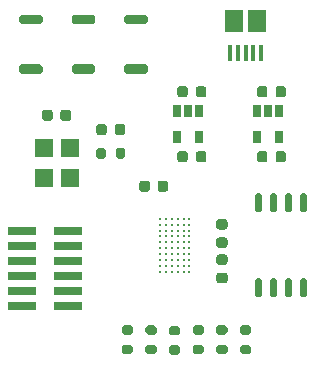
<source format=gbr>
G04 #@! TF.GenerationSoftware,KiCad,Pcbnew,5.1.10-88a1d61d58~88~ubuntu20.04.1*
G04 #@! TF.CreationDate,2021-07-06T17:11:34+02:00*
G04 #@! TF.ProjectId,carrier,63617272-6965-4722-9e6b-696361645f70,0.1*
G04 #@! TF.SameCoordinates,Original*
G04 #@! TF.FileFunction,Paste,Top*
G04 #@! TF.FilePolarity,Positive*
%FSLAX46Y46*%
G04 Gerber Fmt 4.6, Leading zero omitted, Abs format (unit mm)*
G04 Created by KiCad (PCBNEW 5.1.10-88a1d61d58~88~ubuntu20.04.1) date 2021-07-06 17:11:34*
%MOMM*%
%LPD*%
G01*
G04 APERTURE LIST*
%ADD10C,0.270000*%
%ADD11R,2.400000X0.740000*%
%ADD12R,1.500000X1.600000*%
%ADD13R,0.650000X1.060000*%
%ADD14R,1.500000X1.900000*%
%ADD15R,0.400000X1.350000*%
G04 APERTURE END LIST*
D10*
G04 #@! TO.C,U1*
X50480000Y-78750000D03*
X50980000Y-78750000D03*
X51480000Y-78750000D03*
X51980000Y-78750000D03*
X52480000Y-78750000D03*
X52980000Y-78750000D03*
X50480000Y-79250000D03*
X50980000Y-79250000D03*
X51480000Y-79250000D03*
X51980000Y-79250000D03*
X52480000Y-79250000D03*
X52980000Y-79250000D03*
X50480000Y-79750000D03*
X50980000Y-79750000D03*
X51480000Y-79750000D03*
X51980000Y-79750000D03*
X52480000Y-79750000D03*
X52980000Y-79750000D03*
X50480000Y-80250000D03*
X50980000Y-80250000D03*
X51480000Y-80250000D03*
X51980000Y-80250000D03*
X52480000Y-80250000D03*
X52980000Y-80250000D03*
X50480000Y-80750000D03*
X50980000Y-80750000D03*
X51480000Y-80750000D03*
X51980000Y-80750000D03*
X52480000Y-80750000D03*
X52980000Y-80750000D03*
X50480000Y-81250000D03*
X50980000Y-81250000D03*
X51480000Y-81250000D03*
X51980000Y-81250000D03*
X52480000Y-81250000D03*
X52980000Y-81250000D03*
X50480000Y-81750000D03*
X50980000Y-81750000D03*
X51480000Y-81750000D03*
X51980000Y-81750000D03*
X52480000Y-81750000D03*
X52980000Y-81750000D03*
X50480000Y-82250000D03*
X50980000Y-82250000D03*
X51480000Y-82250000D03*
X51980000Y-82250000D03*
X52480000Y-82250000D03*
X52980000Y-82250000D03*
X50480000Y-82750000D03*
X50980000Y-82750000D03*
X51480000Y-82750000D03*
X51980000Y-82750000D03*
X52480000Y-82750000D03*
X52980000Y-82750000D03*
X50480000Y-83250000D03*
X50980000Y-83250000D03*
X51480000Y-83250000D03*
X51980000Y-83250000D03*
X52480000Y-83250000D03*
X52980000Y-83250000D03*
G04 #@! TD*
G04 #@! TO.C,U2*
G36*
G01*
X58975000Y-78200000D02*
X58675000Y-78200000D01*
G75*
G02*
X58525000Y-78050000I0J150000D01*
G01*
X58525000Y-76750000D01*
G75*
G02*
X58675000Y-76600000I150000J0D01*
G01*
X58975000Y-76600000D01*
G75*
G02*
X59125000Y-76750000I0J-150000D01*
G01*
X59125000Y-78050000D01*
G75*
G02*
X58975000Y-78200000I-150000J0D01*
G01*
G37*
G36*
G01*
X60245000Y-78200000D02*
X59945000Y-78200000D01*
G75*
G02*
X59795000Y-78050000I0J150000D01*
G01*
X59795000Y-76750000D01*
G75*
G02*
X59945000Y-76600000I150000J0D01*
G01*
X60245000Y-76600000D01*
G75*
G02*
X60395000Y-76750000I0J-150000D01*
G01*
X60395000Y-78050000D01*
G75*
G02*
X60245000Y-78200000I-150000J0D01*
G01*
G37*
G36*
G01*
X61515000Y-78200000D02*
X61215000Y-78200000D01*
G75*
G02*
X61065000Y-78050000I0J150000D01*
G01*
X61065000Y-76750000D01*
G75*
G02*
X61215000Y-76600000I150000J0D01*
G01*
X61515000Y-76600000D01*
G75*
G02*
X61665000Y-76750000I0J-150000D01*
G01*
X61665000Y-78050000D01*
G75*
G02*
X61515000Y-78200000I-150000J0D01*
G01*
G37*
G36*
G01*
X62785000Y-78200000D02*
X62485000Y-78200000D01*
G75*
G02*
X62335000Y-78050000I0J150000D01*
G01*
X62335000Y-76750000D01*
G75*
G02*
X62485000Y-76600000I150000J0D01*
G01*
X62785000Y-76600000D01*
G75*
G02*
X62935000Y-76750000I0J-150000D01*
G01*
X62935000Y-78050000D01*
G75*
G02*
X62785000Y-78200000I-150000J0D01*
G01*
G37*
G36*
G01*
X62785000Y-85400000D02*
X62485000Y-85400000D01*
G75*
G02*
X62335000Y-85250000I0J150000D01*
G01*
X62335000Y-83950000D01*
G75*
G02*
X62485000Y-83800000I150000J0D01*
G01*
X62785000Y-83800000D01*
G75*
G02*
X62935000Y-83950000I0J-150000D01*
G01*
X62935000Y-85250000D01*
G75*
G02*
X62785000Y-85400000I-150000J0D01*
G01*
G37*
G36*
G01*
X61515000Y-85400000D02*
X61215000Y-85400000D01*
G75*
G02*
X61065000Y-85250000I0J150000D01*
G01*
X61065000Y-83950000D01*
G75*
G02*
X61215000Y-83800000I150000J0D01*
G01*
X61515000Y-83800000D01*
G75*
G02*
X61665000Y-83950000I0J-150000D01*
G01*
X61665000Y-85250000D01*
G75*
G02*
X61515000Y-85400000I-150000J0D01*
G01*
G37*
G36*
G01*
X60245000Y-85400000D02*
X59945000Y-85400000D01*
G75*
G02*
X59795000Y-85250000I0J150000D01*
G01*
X59795000Y-83950000D01*
G75*
G02*
X59945000Y-83800000I150000J0D01*
G01*
X60245000Y-83800000D01*
G75*
G02*
X60395000Y-83950000I0J-150000D01*
G01*
X60395000Y-85250000D01*
G75*
G02*
X60245000Y-85400000I-150000J0D01*
G01*
G37*
G36*
G01*
X58975000Y-85400000D02*
X58675000Y-85400000D01*
G75*
G02*
X58525000Y-85250000I0J150000D01*
G01*
X58525000Y-83950000D01*
G75*
G02*
X58675000Y-83800000I150000J0D01*
G01*
X58975000Y-83800000D01*
G75*
G02*
X59125000Y-83950000I0J-150000D01*
G01*
X59125000Y-85250000D01*
G75*
G02*
X58975000Y-85400000I-150000J0D01*
G01*
G37*
G04 #@! TD*
D11*
G04 #@! TO.C,J1*
X42680000Y-86175000D03*
X38780000Y-86175000D03*
X42680000Y-84905000D03*
X38780000Y-84905000D03*
X42680000Y-83635000D03*
X38780000Y-83635000D03*
X42680000Y-82365000D03*
X38780000Y-82365000D03*
X42680000Y-81095000D03*
X38780000Y-81095000D03*
X42680000Y-79825000D03*
X38780000Y-79825000D03*
G04 #@! TD*
D12*
G04 #@! TO.C,X1*
X42830000Y-72730000D03*
X42830000Y-75270000D03*
X40630000Y-75270000D03*
X40630000Y-72730000D03*
G04 #@! TD*
D13*
G04 #@! TO.C,U6*
X53830000Y-71850000D03*
X51930000Y-71850000D03*
X51930000Y-69650000D03*
X52880000Y-69650000D03*
X53830000Y-69650000D03*
G04 #@! TD*
G04 #@! TO.C,U5*
X60580000Y-71850000D03*
X58680000Y-71850000D03*
X58680000Y-69650000D03*
X59630000Y-69650000D03*
X60580000Y-69650000D03*
G04 #@! TD*
G04 #@! TO.C,C7*
G36*
G01*
X52830000Y-73243750D02*
X52830000Y-73756250D01*
G75*
G02*
X52611250Y-73975000I-218750J0D01*
G01*
X52173750Y-73975000D01*
G75*
G02*
X51955000Y-73756250I0J218750D01*
G01*
X51955000Y-73243750D01*
G75*
G02*
X52173750Y-73025000I218750J0D01*
G01*
X52611250Y-73025000D01*
G75*
G02*
X52830000Y-73243750I0J-218750D01*
G01*
G37*
G36*
G01*
X54405000Y-73243750D02*
X54405000Y-73756250D01*
G75*
G02*
X54186250Y-73975000I-218750J0D01*
G01*
X53748750Y-73975000D01*
G75*
G02*
X53530000Y-73756250I0J218750D01*
G01*
X53530000Y-73243750D01*
G75*
G02*
X53748750Y-73025000I218750J0D01*
G01*
X54186250Y-73025000D01*
G75*
G02*
X54405000Y-73243750I0J-218750D01*
G01*
G37*
G04 #@! TD*
G04 #@! TO.C,C5*
G36*
G01*
X52830000Y-67743750D02*
X52830000Y-68256250D01*
G75*
G02*
X52611250Y-68475000I-218750J0D01*
G01*
X52173750Y-68475000D01*
G75*
G02*
X51955000Y-68256250I0J218750D01*
G01*
X51955000Y-67743750D01*
G75*
G02*
X52173750Y-67525000I218750J0D01*
G01*
X52611250Y-67525000D01*
G75*
G02*
X52830000Y-67743750I0J-218750D01*
G01*
G37*
G36*
G01*
X54405000Y-67743750D02*
X54405000Y-68256250D01*
G75*
G02*
X54186250Y-68475000I-218750J0D01*
G01*
X53748750Y-68475000D01*
G75*
G02*
X53530000Y-68256250I0J218750D01*
G01*
X53530000Y-67743750D01*
G75*
G02*
X53748750Y-67525000I218750J0D01*
G01*
X54186250Y-67525000D01*
G75*
G02*
X54405000Y-67743750I0J-218750D01*
G01*
G37*
G04 #@! TD*
G04 #@! TO.C,C3*
G36*
G01*
X59580000Y-73243750D02*
X59580000Y-73756250D01*
G75*
G02*
X59361250Y-73975000I-218750J0D01*
G01*
X58923750Y-73975000D01*
G75*
G02*
X58705000Y-73756250I0J218750D01*
G01*
X58705000Y-73243750D01*
G75*
G02*
X58923750Y-73025000I218750J0D01*
G01*
X59361250Y-73025000D01*
G75*
G02*
X59580000Y-73243750I0J-218750D01*
G01*
G37*
G36*
G01*
X61155000Y-73243750D02*
X61155000Y-73756250D01*
G75*
G02*
X60936250Y-73975000I-218750J0D01*
G01*
X60498750Y-73975000D01*
G75*
G02*
X60280000Y-73756250I0J218750D01*
G01*
X60280000Y-73243750D01*
G75*
G02*
X60498750Y-73025000I218750J0D01*
G01*
X60936250Y-73025000D01*
G75*
G02*
X61155000Y-73243750I0J-218750D01*
G01*
G37*
G04 #@! TD*
G04 #@! TO.C,C1*
G36*
G01*
X59580000Y-67743750D02*
X59580000Y-68256250D01*
G75*
G02*
X59361250Y-68475000I-218750J0D01*
G01*
X58923750Y-68475000D01*
G75*
G02*
X58705000Y-68256250I0J218750D01*
G01*
X58705000Y-67743750D01*
G75*
G02*
X58923750Y-67525000I218750J0D01*
G01*
X59361250Y-67525000D01*
G75*
G02*
X59580000Y-67743750I0J-218750D01*
G01*
G37*
G36*
G01*
X61155000Y-67743750D02*
X61155000Y-68256250D01*
G75*
G02*
X60936250Y-68475000I-218750J0D01*
G01*
X60498750Y-68475000D01*
G75*
G02*
X60280000Y-68256250I0J218750D01*
G01*
X60280000Y-67743750D01*
G75*
G02*
X60498750Y-67525000I218750J0D01*
G01*
X60936250Y-67525000D01*
G75*
G02*
X61155000Y-67743750I0J-218750D01*
G01*
G37*
G04 #@! TD*
G04 #@! TO.C,C9*
G36*
G01*
X55980000Y-82675000D02*
X55480000Y-82675000D01*
G75*
G02*
X55255000Y-82450000I0J225000D01*
G01*
X55255000Y-82000000D01*
G75*
G02*
X55480000Y-81775000I225000J0D01*
G01*
X55980000Y-81775000D01*
G75*
G02*
X56205000Y-82000000I0J-225000D01*
G01*
X56205000Y-82450000D01*
G75*
G02*
X55980000Y-82675000I-225000J0D01*
G01*
G37*
G36*
G01*
X55980000Y-84225000D02*
X55480000Y-84225000D01*
G75*
G02*
X55255000Y-84000000I0J225000D01*
G01*
X55255000Y-83550000D01*
G75*
G02*
X55480000Y-83325000I225000J0D01*
G01*
X55980000Y-83325000D01*
G75*
G02*
X56205000Y-83550000I0J-225000D01*
G01*
X56205000Y-84000000D01*
G75*
G02*
X55980000Y-84225000I-225000J0D01*
G01*
G37*
G04 #@! TD*
G04 #@! TO.C,C10*
G36*
G01*
X51180000Y-75750000D02*
X51180000Y-76250000D01*
G75*
G02*
X50955000Y-76475000I-225000J0D01*
G01*
X50505000Y-76475000D01*
G75*
G02*
X50280000Y-76250000I0J225000D01*
G01*
X50280000Y-75750000D01*
G75*
G02*
X50505000Y-75525000I225000J0D01*
G01*
X50955000Y-75525000D01*
G75*
G02*
X51180000Y-75750000I0J-225000D01*
G01*
G37*
G36*
G01*
X49630000Y-75750000D02*
X49630000Y-76250000D01*
G75*
G02*
X49405000Y-76475000I-225000J0D01*
G01*
X48955000Y-76475000D01*
G75*
G02*
X48730000Y-76250000I0J225000D01*
G01*
X48730000Y-75750000D01*
G75*
G02*
X48955000Y-75525000I225000J0D01*
G01*
X49405000Y-75525000D01*
G75*
G02*
X49630000Y-75750000I0J-225000D01*
G01*
G37*
G04 #@! TD*
G04 #@! TO.C,C11*
G36*
G01*
X55480000Y-80325000D02*
X55980000Y-80325000D01*
G75*
G02*
X56205000Y-80550000I0J-225000D01*
G01*
X56205000Y-81000000D01*
G75*
G02*
X55980000Y-81225000I-225000J0D01*
G01*
X55480000Y-81225000D01*
G75*
G02*
X55255000Y-81000000I0J225000D01*
G01*
X55255000Y-80550000D01*
G75*
G02*
X55480000Y-80325000I225000J0D01*
G01*
G37*
G36*
G01*
X55480000Y-78775000D02*
X55980000Y-78775000D01*
G75*
G02*
X56205000Y-79000000I0J-225000D01*
G01*
X56205000Y-79450000D01*
G75*
G02*
X55980000Y-79675000I-225000J0D01*
G01*
X55480000Y-79675000D01*
G75*
G02*
X55255000Y-79450000I0J225000D01*
G01*
X55255000Y-79000000D01*
G75*
G02*
X55480000Y-78775000I225000J0D01*
G01*
G37*
G04 #@! TD*
G04 #@! TO.C,C16*
G36*
G01*
X42955000Y-69750000D02*
X42955000Y-70250000D01*
G75*
G02*
X42730000Y-70475000I-225000J0D01*
G01*
X42280000Y-70475000D01*
G75*
G02*
X42055000Y-70250000I0J225000D01*
G01*
X42055000Y-69750000D01*
G75*
G02*
X42280000Y-69525000I225000J0D01*
G01*
X42730000Y-69525000D01*
G75*
G02*
X42955000Y-69750000I0J-225000D01*
G01*
G37*
G36*
G01*
X41405000Y-69750000D02*
X41405000Y-70250000D01*
G75*
G02*
X41180000Y-70475000I-225000J0D01*
G01*
X40730000Y-70475000D01*
G75*
G02*
X40505000Y-70250000I0J225000D01*
G01*
X40505000Y-69750000D01*
G75*
G02*
X40730000Y-69525000I225000J0D01*
G01*
X41180000Y-69525000D01*
G75*
G02*
X41405000Y-69750000I0J-225000D01*
G01*
G37*
G04 #@! TD*
G04 #@! TO.C,R1*
G36*
G01*
X58005000Y-88575000D02*
X57455000Y-88575000D01*
G75*
G02*
X57255000Y-88375000I0J200000D01*
G01*
X57255000Y-87975000D01*
G75*
G02*
X57455000Y-87775000I200000J0D01*
G01*
X58005000Y-87775000D01*
G75*
G02*
X58205000Y-87975000I0J-200000D01*
G01*
X58205000Y-88375000D01*
G75*
G02*
X58005000Y-88575000I-200000J0D01*
G01*
G37*
G36*
G01*
X58005000Y-90225000D02*
X57455000Y-90225000D01*
G75*
G02*
X57255000Y-90025000I0J200000D01*
G01*
X57255000Y-89625000D01*
G75*
G02*
X57455000Y-89425000I200000J0D01*
G01*
X58005000Y-89425000D01*
G75*
G02*
X58205000Y-89625000I0J-200000D01*
G01*
X58205000Y-90025000D01*
G75*
G02*
X58005000Y-90225000I-200000J0D01*
G01*
G37*
G04 #@! TD*
G04 #@! TO.C,R2*
G36*
G01*
X56005000Y-90225000D02*
X55455000Y-90225000D01*
G75*
G02*
X55255000Y-90025000I0J200000D01*
G01*
X55255000Y-89625000D01*
G75*
G02*
X55455000Y-89425000I200000J0D01*
G01*
X56005000Y-89425000D01*
G75*
G02*
X56205000Y-89625000I0J-200000D01*
G01*
X56205000Y-90025000D01*
G75*
G02*
X56005000Y-90225000I-200000J0D01*
G01*
G37*
G36*
G01*
X56005000Y-88575000D02*
X55455000Y-88575000D01*
G75*
G02*
X55255000Y-88375000I0J200000D01*
G01*
X55255000Y-87975000D01*
G75*
G02*
X55455000Y-87775000I200000J0D01*
G01*
X56005000Y-87775000D01*
G75*
G02*
X56205000Y-87975000I0J-200000D01*
G01*
X56205000Y-88375000D01*
G75*
G02*
X56005000Y-88575000I-200000J0D01*
G01*
G37*
G04 #@! TD*
G04 #@! TO.C,R3*
G36*
G01*
X54005000Y-88575000D02*
X53455000Y-88575000D01*
G75*
G02*
X53255000Y-88375000I0J200000D01*
G01*
X53255000Y-87975000D01*
G75*
G02*
X53455000Y-87775000I200000J0D01*
G01*
X54005000Y-87775000D01*
G75*
G02*
X54205000Y-87975000I0J-200000D01*
G01*
X54205000Y-88375000D01*
G75*
G02*
X54005000Y-88575000I-200000J0D01*
G01*
G37*
G36*
G01*
X54005000Y-90225000D02*
X53455000Y-90225000D01*
G75*
G02*
X53255000Y-90025000I0J200000D01*
G01*
X53255000Y-89625000D01*
G75*
G02*
X53455000Y-89425000I200000J0D01*
G01*
X54005000Y-89425000D01*
G75*
G02*
X54205000Y-89625000I0J-200000D01*
G01*
X54205000Y-90025000D01*
G75*
G02*
X54005000Y-90225000I-200000J0D01*
G01*
G37*
G04 #@! TD*
G04 #@! TO.C,R4*
G36*
G01*
X52005000Y-90280001D02*
X51455000Y-90280001D01*
G75*
G02*
X51255000Y-90080001I0J200000D01*
G01*
X51255000Y-89680001D01*
G75*
G02*
X51455000Y-89480001I200000J0D01*
G01*
X52005000Y-89480001D01*
G75*
G02*
X52205000Y-89680001I0J-200000D01*
G01*
X52205000Y-90080001D01*
G75*
G02*
X52005000Y-90280001I-200000J0D01*
G01*
G37*
G36*
G01*
X52005000Y-88630001D02*
X51455000Y-88630001D01*
G75*
G02*
X51255000Y-88430001I0J200000D01*
G01*
X51255000Y-88030001D01*
G75*
G02*
X51455000Y-87830001I200000J0D01*
G01*
X52005000Y-87830001D01*
G75*
G02*
X52205000Y-88030001I0J-200000D01*
G01*
X52205000Y-88430001D01*
G75*
G02*
X52005000Y-88630001I-200000J0D01*
G01*
G37*
G04 #@! TD*
G04 #@! TO.C,R5*
G36*
G01*
X50005000Y-88575000D02*
X49455000Y-88575000D01*
G75*
G02*
X49255000Y-88375000I0J200000D01*
G01*
X49255000Y-87975000D01*
G75*
G02*
X49455000Y-87775000I200000J0D01*
G01*
X50005000Y-87775000D01*
G75*
G02*
X50205000Y-87975000I0J-200000D01*
G01*
X50205000Y-88375000D01*
G75*
G02*
X50005000Y-88575000I-200000J0D01*
G01*
G37*
G36*
G01*
X50005000Y-90225000D02*
X49455000Y-90225000D01*
G75*
G02*
X49255000Y-90025000I0J200000D01*
G01*
X49255000Y-89625000D01*
G75*
G02*
X49455000Y-89425000I200000J0D01*
G01*
X50005000Y-89425000D01*
G75*
G02*
X50205000Y-89625000I0J-200000D01*
G01*
X50205000Y-90025000D01*
G75*
G02*
X50005000Y-90225000I-200000J0D01*
G01*
G37*
G04 #@! TD*
G04 #@! TO.C,R6*
G36*
G01*
X48005000Y-90225000D02*
X47455000Y-90225000D01*
G75*
G02*
X47255000Y-90025000I0J200000D01*
G01*
X47255000Y-89625000D01*
G75*
G02*
X47455000Y-89425000I200000J0D01*
G01*
X48005000Y-89425000D01*
G75*
G02*
X48205000Y-89625000I0J-200000D01*
G01*
X48205000Y-90025000D01*
G75*
G02*
X48005000Y-90225000I-200000J0D01*
G01*
G37*
G36*
G01*
X48005000Y-88575000D02*
X47455000Y-88575000D01*
G75*
G02*
X47255000Y-88375000I0J200000D01*
G01*
X47255000Y-87975000D01*
G75*
G02*
X47455000Y-87775000I200000J0D01*
G01*
X48005000Y-87775000D01*
G75*
G02*
X48205000Y-87975000I0J-200000D01*
G01*
X48205000Y-88375000D01*
G75*
G02*
X48005000Y-88575000I-200000J0D01*
G01*
G37*
G04 #@! TD*
G04 #@! TO.C,SW1*
G36*
G01*
X38755001Y-65674999D02*
X40355001Y-65674999D01*
G75*
G02*
X40555001Y-65874999I0J-200000D01*
G01*
X40555001Y-66274999D01*
G75*
G02*
X40355001Y-66474999I-200000J0D01*
G01*
X38755001Y-66474999D01*
G75*
G02*
X38555001Y-66274999I0J200000D01*
G01*
X38555001Y-65874999D01*
G75*
G02*
X38755001Y-65674999I200000J0D01*
G01*
G37*
G36*
G01*
X38755001Y-61474999D02*
X40355001Y-61474999D01*
G75*
G02*
X40555001Y-61674999I0J-200000D01*
G01*
X40555001Y-62074999D01*
G75*
G02*
X40355001Y-62274999I-200000J0D01*
G01*
X38755001Y-62274999D01*
G75*
G02*
X38555001Y-62074999I0J200000D01*
G01*
X38555001Y-61674999D01*
G75*
G02*
X38755001Y-61474999I200000J0D01*
G01*
G37*
G04 #@! TD*
G04 #@! TO.C,SW2*
G36*
G01*
X43205001Y-61474999D02*
X44805001Y-61474999D01*
G75*
G02*
X45005001Y-61674999I0J-200000D01*
G01*
X45005001Y-62074999D01*
G75*
G02*
X44805001Y-62274999I-200000J0D01*
G01*
X43205001Y-62274999D01*
G75*
G02*
X43005001Y-62074999I0J200000D01*
G01*
X43005001Y-61674999D01*
G75*
G02*
X43205001Y-61474999I200000J0D01*
G01*
G37*
G36*
G01*
X43205001Y-65674999D02*
X44805001Y-65674999D01*
G75*
G02*
X45005001Y-65874999I0J-200000D01*
G01*
X45005001Y-66274999D01*
G75*
G02*
X44805001Y-66474999I-200000J0D01*
G01*
X43205001Y-66474999D01*
G75*
G02*
X43005001Y-66274999I0J200000D01*
G01*
X43005001Y-65874999D01*
G75*
G02*
X43205001Y-65674999I200000J0D01*
G01*
G37*
G04 #@! TD*
G04 #@! TO.C,SW3*
G36*
G01*
X47655001Y-65674999D02*
X49255001Y-65674999D01*
G75*
G02*
X49455001Y-65874999I0J-200000D01*
G01*
X49455001Y-66274999D01*
G75*
G02*
X49255001Y-66474999I-200000J0D01*
G01*
X47655001Y-66474999D01*
G75*
G02*
X47455001Y-66274999I0J200000D01*
G01*
X47455001Y-65874999D01*
G75*
G02*
X47655001Y-65674999I200000J0D01*
G01*
G37*
G36*
G01*
X47655001Y-61474999D02*
X49255001Y-61474999D01*
G75*
G02*
X49455001Y-61674999I0J-200000D01*
G01*
X49455001Y-62074999D01*
G75*
G02*
X49255001Y-62274999I-200000J0D01*
G01*
X47655001Y-62274999D01*
G75*
G02*
X47455001Y-62074999I0J200000D01*
G01*
X47455001Y-61674999D01*
G75*
G02*
X47655001Y-61474999I200000J0D01*
G01*
G37*
G04 #@! TD*
D14*
G04 #@! TO.C,J3*
X56730000Y-62000000D03*
D15*
X58380000Y-64700000D03*
X59030000Y-64700000D03*
X56430000Y-64700000D03*
X57080000Y-64700000D03*
X57730000Y-64700000D03*
D14*
X58730000Y-62000000D03*
G04 #@! TD*
G04 #@! TO.C,D1*
G36*
G01*
X45105000Y-71456250D02*
X45105000Y-70943750D01*
G75*
G02*
X45323750Y-70725000I218750J0D01*
G01*
X45761250Y-70725000D01*
G75*
G02*
X45980000Y-70943750I0J-218750D01*
G01*
X45980000Y-71456250D01*
G75*
G02*
X45761250Y-71675000I-218750J0D01*
G01*
X45323750Y-71675000D01*
G75*
G02*
X45105000Y-71456250I0J218750D01*
G01*
G37*
G36*
G01*
X46680000Y-71456250D02*
X46680000Y-70943750D01*
G75*
G02*
X46898750Y-70725000I218750J0D01*
G01*
X47336250Y-70725000D01*
G75*
G02*
X47555000Y-70943750I0J-218750D01*
G01*
X47555000Y-71456250D01*
G75*
G02*
X47336250Y-71675000I-218750J0D01*
G01*
X46898750Y-71675000D01*
G75*
G02*
X46680000Y-71456250I0J218750D01*
G01*
G37*
G04 #@! TD*
G04 #@! TO.C,R7*
G36*
G01*
X45105000Y-73475000D02*
X45105000Y-72925000D01*
G75*
G02*
X45305000Y-72725000I200000J0D01*
G01*
X45705000Y-72725000D01*
G75*
G02*
X45905000Y-72925000I0J-200000D01*
G01*
X45905000Y-73475000D01*
G75*
G02*
X45705000Y-73675000I-200000J0D01*
G01*
X45305000Y-73675000D01*
G75*
G02*
X45105000Y-73475000I0J200000D01*
G01*
G37*
G36*
G01*
X46755000Y-73475000D02*
X46755000Y-72925000D01*
G75*
G02*
X46955000Y-72725000I200000J0D01*
G01*
X47355000Y-72725000D01*
G75*
G02*
X47555000Y-72925000I0J-200000D01*
G01*
X47555000Y-73475000D01*
G75*
G02*
X47355000Y-73675000I-200000J0D01*
G01*
X46955000Y-73675000D01*
G75*
G02*
X46755000Y-73475000I0J200000D01*
G01*
G37*
G04 #@! TD*
M02*

</source>
